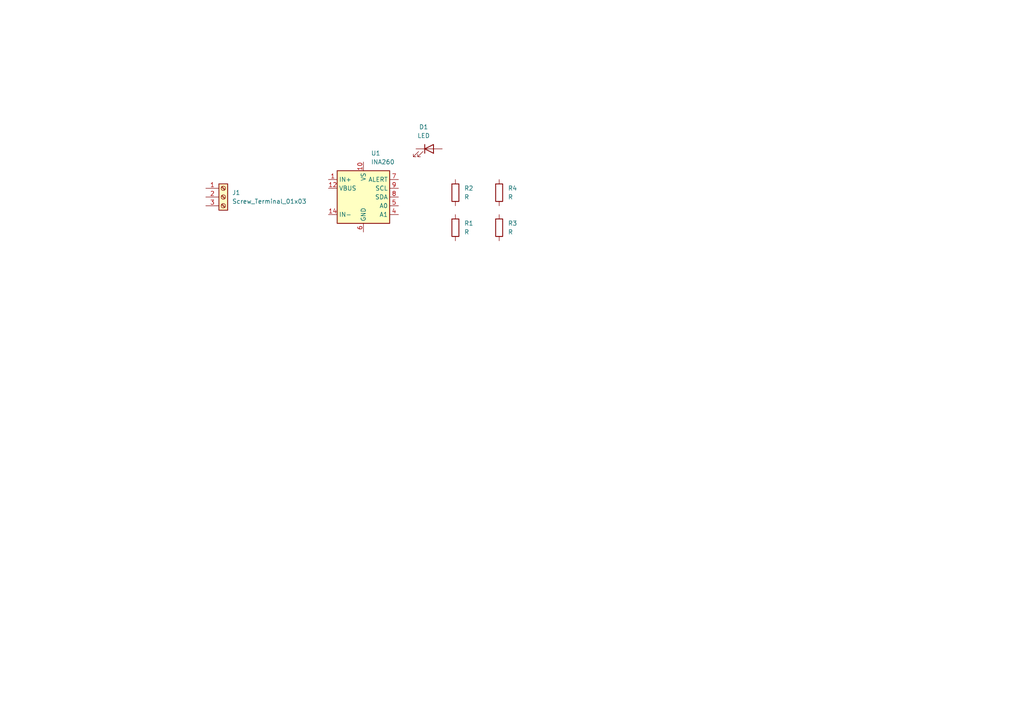
<source format=kicad_sch>
(kicad_sch (version 20231120) (generator "eeschema") (generator_version "8.0")
  (paper "A4")
  (lib_symbols
    (symbol "Connector:Screw_Terminal_01x03" (pin_names (offset 1.016) hide)
      (property "Reference" "J" (at 0 5.08 0))
      (property "Value" "Screw_Terminal_01x03" (at 0 -5.08 0))
      (symbol "Screw_Terminal_01x03_1_1"
        (rectangle (start -1.27 3.81) (end 1.27 -3.81) (stroke (width 0.254)) (fill (type background)))
        (circle (center 0 -2.54) (radius 0.635) (stroke (width 0.1524)))
        (polyline (pts (xy -0.5334 -2.2098) (xy 0.3302 -3.048)) (stroke (width 0.1524)))
        (polyline (pts (xy -0.5334 0.3302) (xy 0.3302 -0.508)) (stroke (width 0.1524)))
        (polyline (pts (xy -0.5334 2.8702) (xy 0.3302 2.032)) (stroke (width 0.1524)))
        (polyline (pts (xy -0.3556 -2.032) (xy 0.508 -2.8702)) (stroke (width 0.1524)))
        (polyline (pts (xy -0.3556 0.508) (xy 0.508 -0.3302)) (stroke (width 0.1524)))
        (polyline (pts (xy -0.3556 3.048) (xy 0.508 2.2098)) (stroke (width 0.1524)))
        (circle (center 0 0) (radius 0.635) (stroke (width 0.1524)))
        (circle (center 0 2.54) (radius 0.635) (stroke (width 0.1524)))
        (pin passive line (at -5.08 2.54 0) (length 3.81) (name "Pin_1") (number "1"))
        (pin passive line (at -5.08 0 0) (length 3.81) (name "Pin_2") (number "2"))
        (pin passive line (at -5.08 -2.54 0) (length 3.81) (name "Pin_3") (number "3"))
      )
    )
    (symbol "Device:LED" (pin_numbers hide) (pin_names (offset 1.016) hide)
      (property "Reference" "D" (at 0 2.54 0))
      (property "Value" "LED" (at 0 -2.54 0))
      (symbol "LED_0_1"
        (polyline (pts (xy -1.27 -1.27) (xy -1.27 1.27)) (stroke (width 0.254)))
        (polyline (pts (xy -1.27 0) (xy 1.27 0)))
        (polyline (pts (xy 1.27 -1.27) (xy 1.27 1.27) (xy -1.27 0) (xy 1.27 -1.27)) (stroke (width 0.254)))
        (polyline (pts (xy -3.048 -0.762) (xy -4.572 -2.286) (xy -3.81 -2.286) (xy -4.572 -2.286) (xy -4.572 -1.524)))
        (polyline (pts (xy -1.778 -0.762) (xy -3.302 -2.286) (xy -2.54 -2.286) (xy -3.302 -2.286) (xy -3.302 -1.524)))
      )
      (symbol "LED_1_1"
        (pin passive line (at -3.81 0 0) (length 2.54) (name "K") (number "1"))
        (pin passive line (at 3.81 0 180) (length 2.54) (name "A") (number "2"))
      )
    )
    (symbol "Device:R" (pin_numbers hide) (pin_names (offset 0))
      (property "Reference" "R" (at 2.032 0 90))
      (property "Value" "R" (at 0 0 90))
      (symbol "R_0_1"
        (rectangle (start -1.016 -2.54) (end 1.016 2.54) (stroke (width 0.254)))
      )
      (symbol "R_1_1"
        (pin passive line (at 0 3.81 270) (length 1.27) (name "~") (number "1"))
        (pin passive line (at 0 -3.81 90) (length 1.27) (name "~") (number "2"))
      )
    )
    (symbol "Sensor:INA260"
      (property "Reference" "U" (at -6.35 8.89 0))
      (property "Value" "INA260" (at 2.54 8.89 0))
      (symbol "INA260_0_1"
        (rectangle (start -7.62 7.62) (end 7.62 -7.62) (stroke (width 0.254)) (fill (type background)))
      )
      (symbol "INA260_1_1"
        (pin passive line (at -10.16 5.08 0) (length 2.54) (name "IN+") (number "1"))
        (pin power_in line (at 0 10.16 270) (length 2.54) (name "VS") (number "10"))
        (pin passive line (at 0 -10.16 90) (length 2.54) hide (name "GND") (number "11"))
        (pin passive line (at -10.16 2.54 0) (length 2.54) (name "VBUS") (number "12"))
        (pin no_connect line (at 2.54 -7.62 90) (length 2.54) hide (name "NC") (number "13"))
        (pin passive line (at -10.16 -5.08 0) (length 2.54) (name "IN-") (number "14"))
        (pin passive line (at -10.16 -5.08 0) (length 2.54) hide (name "IN-") (number "15"))
        (pin passive line (at -10.16 -5.08 0) (length 2.54) hide (name "IN-") (number "16"))
        (pin passive line (at -10.16 5.08 0) (length 2.54) hide (name "IN+") (number "2"))
        (pin passive line (at -10.16 5.08 0) (length 2.54) hide (name "IN+") (number "3"))
        (pin input line (at 10.16 -5.08 180) (length 2.54) (name "A1") (number "4"))
        (pin input line (at 10.16 -2.54 180) (length 2.54) (name "A0") (number "5"))
        (pin power_in line (at 0 -10.16 90) (length 2.54) (name "GND") (number "6"))
        (pin open_collector line (at 10.16 5.08 180) (length 2.54) (name "ALERT") (number "7"))
        (pin bidirectional line (at 10.16 0 180) (length 2.54) (name "SDA") (number "8"))
        (pin input line (at 10.16 2.54 180) (length 2.54) (name "SCL") (number "9"))
      )
    )
  )
  (symbol (lib_id "Sensor:INA260") (at 105.41 57.15 0) (unit 1)
    (property "Reference" "U1" (at 107.6041 44.45 0) (effects (justify left)))
    (property "Value" "INA260" (at 107.6041 46.99 0) (effects (justify left)))
    (property "Footprint" "Package_SO:TSSOP-16_4.4x5mm_P0.65mm" (effects (hide yes)))
    (property "Datasheet" "http://www.ti.com/lit/ds/symlink/ina260.pdf" (effects (hide yes)))
    (property "Description" "Current/power/voltage monitor with Integrated 2mΩ Shunt Resistor, 2.7V - 5.5V, I2C, TSSOP-16" (effects (hide yes)))
  )
  (symbol (lib_id "Device:R") (at 144.78 55.88 0) (unit 1)
    (property "Reference" "R4" (at 147.32 54.6099 0) (effects (justify left)))
    (property "Value" "R" (at 147.32 57.1499 0) (effects (justify left)))
    (property "Description" "Resistor" (effects (hide yes)))
  )
  (symbol (lib_id "Device:R") (at 144.78 66.04 0) (unit 1)
    (property "Reference" "R3" (at 147.32 64.7699 0) (effects (justify left)))
    (property "Value" "R" (at 147.32 67.3099 0) (effects (justify left)))
    (property "Description" "Resistor" (effects (hide yes)))
  )
  (symbol (lib_id "Device:LED") (at 124.46 43.18 0) (unit 1)
    (property "Reference" "D1" (at 122.8725 36.83 0))
    (property "Value" "LED" (at 122.8725 39.37 0))
    (property "Description" "Light emitting diode" (effects (hide yes)))
  )
  (symbol (lib_id "Device:R") (at 132.08 66.04 0) (unit 1)
    (property "Reference" "R1" (at 134.62 64.7699 0) (effects (justify left)))
    (property "Value" "R" (at 134.62 67.3099 0) (effects (justify left)))
    (property "Description" "Resistor" (effects (hide yes)))
  )
  (symbol (lib_id "Device:R") (at 132.08 55.88 0) (unit 1)
    (property "Reference" "R2" (at 134.62 54.6099 0) (effects (justify left)))
    (property "Value" "R" (at 134.62 57.1499 0) (effects (justify left)))
    (property "Description" "Resistor" (effects (hide yes)))
  )
  (symbol (lib_id "Connector:Screw_Terminal_01x03") (at 64.77 57.15 0) (unit 1)
    (property "Reference" "J1" (at 67.31 55.8799 0) (effects (justify left)))
    (property "Value" "Screw_Terminal_01x03" (at 67.31 58.4199 0) (effects (justify left)))
    (property "Description" "Generic screw terminal, single row, 01x03, script generated (kicad-library-utils/schlib/autogen/connector/)" (effects (hide yes)))
  )
)
</source>
